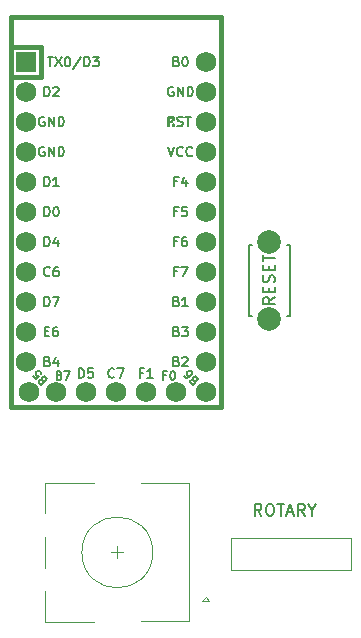
<source format=gbr>
%TF.GenerationSoftware,KiCad,Pcbnew,6.0.11+dfsg-1*%
%TF.CreationDate,2023-05-16T22:20:29+03:00*%
%TF.ProjectId,pcb,7063622e-6b69-4636-9164-5f7063625858,v1.0.0*%
%TF.SameCoordinates,Original*%
%TF.FileFunction,Legend,Top*%
%TF.FilePolarity,Positive*%
%FSLAX46Y46*%
G04 Gerber Fmt 4.6, Leading zero omitted, Abs format (unit mm)*
G04 Created by KiCad (PCBNEW 6.0.11+dfsg-1) date 2023-05-16 22:20:29*
%MOMM*%
%LPD*%
G01*
G04 APERTURE LIST*
%ADD10C,0.150000*%
%ADD11C,0.120000*%
%ADD12C,0.381000*%
%ADD13C,2.000000*%
%ADD14R,1.752600X1.752600*%
%ADD15C,1.752600*%
G04 APERTURE END LIST*
D10*
X111331619Y11231619D02*
X110998285Y11707809D01*
X110760190Y11231619D02*
X110760190Y12231619D01*
X111141142Y12231619D01*
X111236380Y12184000D01*
X111284000Y12136380D01*
X111331619Y12041142D01*
X111331619Y11898285D01*
X111284000Y11803047D01*
X111236380Y11755428D01*
X111141142Y11707809D01*
X110760190Y11707809D01*
X111950666Y12231619D02*
X112141142Y12231619D01*
X112236380Y12184000D01*
X112331619Y12088761D01*
X112379238Y11898285D01*
X112379238Y11564952D01*
X112331619Y11374476D01*
X112236380Y11279238D01*
X112141142Y11231619D01*
X111950666Y11231619D01*
X111855428Y11279238D01*
X111760190Y11374476D01*
X111712571Y11564952D01*
X111712571Y11898285D01*
X111760190Y12088761D01*
X111855428Y12184000D01*
X111950666Y12231619D01*
X112664952Y12231619D02*
X113236380Y12231619D01*
X112950666Y11231619D02*
X112950666Y12231619D01*
X113522095Y11517333D02*
X113998285Y11517333D01*
X113426857Y11231619D02*
X113760190Y12231619D01*
X114093523Y11231619D01*
X114998285Y11231619D02*
X114664952Y11707809D01*
X114426857Y11231619D02*
X114426857Y12231619D01*
X114807809Y12231619D01*
X114903047Y12184000D01*
X114950666Y12136380D01*
X114998285Y12041142D01*
X114998285Y11898285D01*
X114950666Y11803047D01*
X114903047Y11755428D01*
X114807809Y11707809D01*
X114426857Y11707809D01*
X115617333Y11707809D02*
X115617333Y11231619D01*
X115284000Y12231619D02*
X115617333Y11707809D01*
X115950666Y12231619D01*
%TO.C,_1*%
X112452380Y29714286D02*
X111976190Y29380952D01*
X112452380Y29142857D02*
X111452380Y29142857D01*
X111452380Y29523809D01*
X111500000Y29619047D01*
X111547619Y29666667D01*
X111642857Y29714286D01*
X111785714Y29714286D01*
X111880952Y29666667D01*
X111928571Y29619047D01*
X111976190Y29523809D01*
X111976190Y29142857D01*
X111928571Y30142857D02*
X111928571Y30476190D01*
X112452380Y30619047D02*
X112452380Y30142857D01*
X111452380Y30142857D01*
X111452380Y30619047D01*
X112404761Y31000000D02*
X112452380Y31142857D01*
X112452380Y31380952D01*
X112404761Y31476190D01*
X112357142Y31523809D01*
X112261904Y31571428D01*
X112166666Y31571428D01*
X112071428Y31523809D01*
X112023809Y31476190D01*
X111976190Y31380952D01*
X111928571Y31190476D01*
X111880952Y31095238D01*
X111833333Y31047619D01*
X111738095Y31000000D01*
X111642857Y31000000D01*
X111547619Y31047619D01*
X111500000Y31095238D01*
X111452380Y31190476D01*
X111452380Y31428571D01*
X111500000Y31571428D01*
X111928571Y32000000D02*
X111928571Y32333333D01*
X112452380Y32476190D02*
X112452380Y32000000D01*
X111452380Y32000000D01*
X111452380Y32476190D01*
X111452380Y32761905D02*
X111452380Y33333333D01*
X112452380Y33047619D02*
X111452380Y33047619D01*
%TO.C,J8*%
%TO.C,_4*%
%TO.C,_2*%
%TO.C,J7*%
%TO.C,MCU1*%
X104137190Y24293809D02*
X104251476Y24255714D01*
X104289571Y24217619D01*
X104327666Y24141428D01*
X104327666Y24027143D01*
X104289571Y23950952D01*
X104251476Y23912857D01*
X104175285Y23874762D01*
X103870523Y23874762D01*
X103870523Y24674762D01*
X104137190Y24674762D01*
X104213380Y24636667D01*
X104251476Y24598571D01*
X104289571Y24522381D01*
X104289571Y24446190D01*
X104251476Y24370000D01*
X104213380Y24331905D01*
X104137190Y24293809D01*
X103870523Y24293809D01*
X104632428Y24598571D02*
X104670523Y24636667D01*
X104746714Y24674762D01*
X104937190Y24674762D01*
X105013380Y24636667D01*
X105051476Y24598571D01*
X105089571Y24522381D01*
X105089571Y24446190D01*
X105051476Y24331905D01*
X104594333Y23874762D01*
X105089571Y23874762D01*
X93237651Y50074762D02*
X93694794Y50074762D01*
X93466223Y49274762D02*
X93466223Y50074762D01*
X93885270Y50074762D02*
X94418604Y49274762D01*
X94418604Y50074762D02*
X93885270Y49274762D01*
X94875747Y50074762D02*
X94951937Y50074762D01*
X95028128Y50036667D01*
X95066223Y49998571D01*
X95104318Y49922381D01*
X95142413Y49770000D01*
X95142413Y49579524D01*
X95104318Y49427143D01*
X95066223Y49350952D01*
X95028128Y49312857D01*
X94951937Y49274762D01*
X94875747Y49274762D01*
X94799556Y49312857D01*
X94761461Y49350952D01*
X94723366Y49427143D01*
X94685270Y49579524D01*
X94685270Y49770000D01*
X94723366Y49922381D01*
X94761461Y49998571D01*
X94799556Y50036667D01*
X94875747Y50074762D01*
X96056699Y50112857D02*
X95370985Y49084286D01*
X96323366Y49274762D02*
X96323366Y50074762D01*
X96513842Y50074762D01*
X96628128Y50036667D01*
X96704318Y49960476D01*
X96742413Y49884286D01*
X96780508Y49731905D01*
X96780508Y49617619D01*
X96742413Y49465238D01*
X96704318Y49389047D01*
X96628128Y49312857D01*
X96513842Y49274762D01*
X96323366Y49274762D01*
X97047175Y50074762D02*
X97542413Y50074762D01*
X97275747Y49770000D01*
X97390032Y49770000D01*
X97466223Y49731905D01*
X97504318Y49693809D01*
X97542413Y49617619D01*
X97542413Y49427143D01*
X97504318Y49350952D01*
X97466223Y49312857D01*
X97390032Y49274762D01*
X97161461Y49274762D01*
X97085270Y49312857D01*
X97047175Y49350952D01*
X104194333Y39533809D02*
X103927666Y39533809D01*
X103927666Y39114762D02*
X103927666Y39914762D01*
X104308619Y39914762D01*
X104956238Y39648095D02*
X104956238Y39114762D01*
X104765761Y39952857D02*
X104575285Y39381428D01*
X105070523Y39381428D01*
X104194333Y36993809D02*
X103927666Y36993809D01*
X103927666Y36574762D02*
X103927666Y37374762D01*
X104308619Y37374762D01*
X104994333Y37374762D02*
X104613380Y37374762D01*
X104575285Y36993809D01*
X104613380Y37031905D01*
X104689571Y37070000D01*
X104880047Y37070000D01*
X104956238Y37031905D01*
X104994333Y36993809D01*
X105032428Y36917619D01*
X105032428Y36727143D01*
X104994333Y36650952D01*
X104956238Y36612857D01*
X104880047Y36574762D01*
X104689571Y36574762D01*
X104613380Y36612857D01*
X104575285Y36650952D01*
X92948523Y39114762D02*
X92948523Y39914762D01*
X93139000Y39914762D01*
X93253285Y39876667D01*
X93329476Y39800476D01*
X93367571Y39724286D01*
X93405666Y39571905D01*
X93405666Y39457619D01*
X93367571Y39305238D01*
X93329476Y39229047D01*
X93253285Y39152857D01*
X93139000Y39114762D01*
X92948523Y39114762D01*
X94167571Y39114762D02*
X93710428Y39114762D01*
X93939000Y39114762D02*
X93939000Y39914762D01*
X93862809Y39800476D01*
X93786619Y39724286D01*
X93710428Y39686190D01*
X94216666Y23116667D02*
X94316666Y23083333D01*
X94350000Y23050000D01*
X94383333Y22983333D01*
X94383333Y22883333D01*
X94350000Y22816667D01*
X94316666Y22783333D01*
X94250000Y22750000D01*
X93983333Y22750000D01*
X93983333Y23450000D01*
X94216666Y23450000D01*
X94283333Y23416667D01*
X94316666Y23383333D01*
X94350000Y23316667D01*
X94350000Y23250000D01*
X94316666Y23183333D01*
X94283333Y23150000D01*
X94216666Y23116667D01*
X93983333Y23116667D01*
X94616666Y23450000D02*
X95083333Y23450000D01*
X94783333Y22750000D01*
X95869523Y22904762D02*
X95869523Y23704762D01*
X96060000Y23704762D01*
X96174285Y23666667D01*
X96250476Y23590476D01*
X96288571Y23514286D01*
X96326666Y23361905D01*
X96326666Y23247619D01*
X96288571Y23095238D01*
X96250476Y23019047D01*
X96174285Y22942857D01*
X96060000Y22904762D01*
X95869523Y22904762D01*
X97050476Y23704762D02*
X96669523Y23704762D01*
X96631428Y23323809D01*
X96669523Y23361905D01*
X96745714Y23400000D01*
X96936190Y23400000D01*
X97012380Y23361905D01*
X97050476Y23323809D01*
X97088571Y23247619D01*
X97088571Y23057143D01*
X97050476Y22980952D01*
X97012380Y22942857D01*
X96936190Y22904762D01*
X96745714Y22904762D01*
X96669523Y22942857D01*
X96631428Y22980952D01*
X105564991Y22730964D02*
X105517851Y22825245D01*
X105517851Y22872386D01*
X105541421Y22943096D01*
X105612132Y23013807D01*
X105682842Y23037377D01*
X105729983Y23037377D01*
X105800693Y23013807D01*
X105989255Y22825245D01*
X105494280Y22330270D01*
X105329289Y22495262D01*
X105305719Y22565973D01*
X105305719Y22613113D01*
X105329289Y22683824D01*
X105376429Y22730964D01*
X105447140Y22754534D01*
X105494280Y22754534D01*
X105564991Y22730964D01*
X105729983Y22565973D01*
X104787174Y23037377D02*
X104881455Y22943096D01*
X104952165Y22919526D01*
X104999306Y22919526D01*
X105117157Y22943096D01*
X105235008Y23013807D01*
X105423570Y23202369D01*
X105447140Y23273079D01*
X105447140Y23320220D01*
X105423570Y23390931D01*
X105329289Y23485211D01*
X105258578Y23508782D01*
X105211438Y23508782D01*
X105140727Y23485211D01*
X105022876Y23367360D01*
X104999306Y23296650D01*
X104999306Y23249509D01*
X105022876Y23178799D01*
X105117157Y23084518D01*
X105187867Y23060947D01*
X105235008Y23060947D01*
X105305719Y23084518D01*
X92948523Y46734762D02*
X92948523Y47534762D01*
X93139000Y47534762D01*
X93253285Y47496667D01*
X93329476Y47420476D01*
X93367571Y47344286D01*
X93405666Y47191905D01*
X93405666Y47077619D01*
X93367571Y46925238D01*
X93329476Y46849047D01*
X93253285Y46772857D01*
X93139000Y46734762D01*
X92948523Y46734762D01*
X93710428Y47458571D02*
X93748523Y47496667D01*
X93824714Y47534762D01*
X94015190Y47534762D01*
X94091380Y47496667D01*
X94129476Y47458571D01*
X94167571Y47382381D01*
X94167571Y47306190D01*
X94129476Y47191905D01*
X93672333Y46734762D01*
X94167571Y46734762D01*
X92764991Y22730964D02*
X92717851Y22825245D01*
X92717851Y22872386D01*
X92741421Y22943096D01*
X92812132Y23013807D01*
X92882842Y23037377D01*
X92929983Y23037377D01*
X93000693Y23013807D01*
X93189255Y22825245D01*
X92694280Y22330270D01*
X92529289Y22495262D01*
X92505719Y22565973D01*
X92505719Y22613113D01*
X92529289Y22683824D01*
X92576429Y22730964D01*
X92647140Y22754534D01*
X92694280Y22754534D01*
X92764991Y22730964D01*
X92929983Y22565973D01*
X91963603Y23060947D02*
X92199306Y22825245D01*
X92458578Y23037377D01*
X92411438Y23037377D01*
X92340727Y23060947D01*
X92222876Y23178799D01*
X92199306Y23249509D01*
X92199306Y23296650D01*
X92222876Y23367360D01*
X92340727Y23485211D01*
X92411438Y23508782D01*
X92458578Y23508782D01*
X92529289Y23485211D01*
X92647140Y23367360D01*
X92670710Y23296650D01*
X92670710Y23249509D01*
X104137190Y49693809D02*
X104251476Y49655714D01*
X104289571Y49617619D01*
X104327666Y49541428D01*
X104327666Y49427143D01*
X104289571Y49350952D01*
X104251476Y49312857D01*
X104175285Y49274762D01*
X103870523Y49274762D01*
X103870523Y50074762D01*
X104137190Y50074762D01*
X104213380Y50036667D01*
X104251476Y49998571D01*
X104289571Y49922381D01*
X104289571Y49846190D01*
X104251476Y49770000D01*
X104213380Y49731905D01*
X104137190Y49693809D01*
X103870523Y49693809D01*
X104822904Y50074762D02*
X104899095Y50074762D01*
X104975285Y50036667D01*
X105013380Y49998571D01*
X105051476Y49922381D01*
X105089571Y49770000D01*
X105089571Y49579524D01*
X105051476Y49427143D01*
X105013380Y49350952D01*
X104975285Y49312857D01*
X104899095Y49274762D01*
X104822904Y49274762D01*
X104746714Y49312857D01*
X104708619Y49350952D01*
X104670523Y49427143D01*
X104632428Y49579524D01*
X104632428Y49770000D01*
X104670523Y49922381D01*
X104708619Y49998571D01*
X104746714Y50036667D01*
X104822904Y50074762D01*
X103394333Y42454762D02*
X103661000Y41654762D01*
X103927666Y42454762D01*
X104651476Y41730952D02*
X104613380Y41692857D01*
X104499095Y41654762D01*
X104422904Y41654762D01*
X104308619Y41692857D01*
X104232428Y41769047D01*
X104194333Y41845238D01*
X104156238Y41997619D01*
X104156238Y42111905D01*
X104194333Y42264286D01*
X104232428Y42340476D01*
X104308619Y42416667D01*
X104422904Y42454762D01*
X104499095Y42454762D01*
X104613380Y42416667D01*
X104651476Y42378571D01*
X105451476Y41730952D02*
X105413380Y41692857D01*
X105299095Y41654762D01*
X105222904Y41654762D01*
X105108619Y41692857D01*
X105032428Y41769047D01*
X104994333Y41845238D01*
X104956238Y41997619D01*
X104956238Y42111905D01*
X104994333Y42264286D01*
X105032428Y42340476D01*
X105108619Y42416667D01*
X105222904Y42454762D01*
X105299095Y42454762D01*
X105413380Y42416667D01*
X105451476Y42378571D01*
X93215190Y24293809D02*
X93329476Y24255714D01*
X93367571Y24217619D01*
X93405666Y24141428D01*
X93405666Y24027143D01*
X93367571Y23950952D01*
X93329476Y23912857D01*
X93253285Y23874762D01*
X92948523Y23874762D01*
X92948523Y24674762D01*
X93215190Y24674762D01*
X93291380Y24636667D01*
X93329476Y24598571D01*
X93367571Y24522381D01*
X93367571Y24446190D01*
X93329476Y24370000D01*
X93291380Y24331905D01*
X93215190Y24293809D01*
X92948523Y24293809D01*
X94091380Y24408095D02*
X94091380Y23874762D01*
X93900904Y24712857D02*
X93710428Y24141428D01*
X94205666Y24141428D01*
X103266666Y23116667D02*
X103033333Y23116667D01*
X103033333Y22750000D02*
X103033333Y23450000D01*
X103366666Y23450000D01*
X103766666Y23450000D02*
X103833333Y23450000D01*
X103900000Y23416667D01*
X103933333Y23383333D01*
X103966666Y23316667D01*
X104000000Y23183333D01*
X104000000Y23016667D01*
X103966666Y22883333D01*
X103933333Y22816667D01*
X103900000Y22783333D01*
X103833333Y22750000D01*
X103766666Y22750000D01*
X103700000Y22783333D01*
X103666666Y22816667D01*
X103633333Y22883333D01*
X103600000Y23016667D01*
X103600000Y23183333D01*
X103633333Y23316667D01*
X103666666Y23383333D01*
X103700000Y23416667D01*
X103766666Y23450000D01*
X104199786Y44262857D02*
X104314072Y44224762D01*
X104504548Y44224762D01*
X104580739Y44262857D01*
X104618834Y44300952D01*
X104656929Y44377143D01*
X104656929Y44453333D01*
X104618834Y44529524D01*
X104580739Y44567619D01*
X104504548Y44605714D01*
X104352167Y44643809D01*
X104275977Y44681905D01*
X104237881Y44720000D01*
X104199786Y44796190D01*
X104199786Y44872381D01*
X104237881Y44948571D01*
X104275977Y44986667D01*
X104352167Y45024762D01*
X104542643Y45024762D01*
X104656929Y44986667D01*
X104885500Y45024762D02*
X105342643Y45024762D01*
X105114072Y44224762D02*
X105114072Y45024762D01*
X101273333Y23323809D02*
X101006666Y23323809D01*
X101006666Y22904762D02*
X101006666Y23704762D01*
X101387619Y23704762D01*
X102111428Y22904762D02*
X101654285Y22904762D01*
X101882857Y22904762D02*
X101882857Y23704762D01*
X101806666Y23590476D01*
X101730476Y23514286D01*
X101654285Y23476190D01*
X104137190Y26833809D02*
X104251476Y26795714D01*
X104289571Y26757619D01*
X104327666Y26681428D01*
X104327666Y26567143D01*
X104289571Y26490952D01*
X104251476Y26452857D01*
X104175285Y26414762D01*
X103870523Y26414762D01*
X103870523Y27214762D01*
X104137190Y27214762D01*
X104213380Y27176667D01*
X104251476Y27138571D01*
X104289571Y27062381D01*
X104289571Y26986190D01*
X104251476Y26910000D01*
X104213380Y26871905D01*
X104137190Y26833809D01*
X103870523Y26833809D01*
X104594333Y27214762D02*
X105089571Y27214762D01*
X104822904Y26910000D01*
X104937190Y26910000D01*
X105013380Y26871905D01*
X105051476Y26833809D01*
X105089571Y26757619D01*
X105089571Y26567143D01*
X105051476Y26490952D01*
X105013380Y26452857D01*
X104937190Y26414762D01*
X104708619Y26414762D01*
X104632428Y26452857D01*
X104594333Y26490952D01*
X92948523Y28954762D02*
X92948523Y29754762D01*
X93139000Y29754762D01*
X93253285Y29716667D01*
X93329476Y29640476D01*
X93367571Y29564286D01*
X93405666Y29411905D01*
X93405666Y29297619D01*
X93367571Y29145238D01*
X93329476Y29069047D01*
X93253285Y28992857D01*
X93139000Y28954762D01*
X92948523Y28954762D01*
X93672333Y29754762D02*
X94205666Y29754762D01*
X93862809Y28954762D01*
X104194333Y31913809D02*
X103927666Y31913809D01*
X103927666Y31494762D02*
X103927666Y32294762D01*
X104308619Y32294762D01*
X104537190Y32294762D02*
X105070523Y32294762D01*
X104727666Y31494762D01*
X92929476Y44956667D02*
X92853285Y44994762D01*
X92739000Y44994762D01*
X92624714Y44956667D01*
X92548523Y44880476D01*
X92510428Y44804286D01*
X92472333Y44651905D01*
X92472333Y44537619D01*
X92510428Y44385238D01*
X92548523Y44309047D01*
X92624714Y44232857D01*
X92739000Y44194762D01*
X92815190Y44194762D01*
X92929476Y44232857D01*
X92967571Y44270952D01*
X92967571Y44537619D01*
X92815190Y44537619D01*
X93310428Y44194762D02*
X93310428Y44994762D01*
X93767571Y44194762D01*
X93767571Y44994762D01*
X94148523Y44194762D02*
X94148523Y44994762D01*
X94339000Y44994762D01*
X94453285Y44956667D01*
X94529476Y44880476D01*
X94567571Y44804286D01*
X94605666Y44651905D01*
X94605666Y44537619D01*
X94567571Y44385238D01*
X94529476Y44309047D01*
X94453285Y44232857D01*
X94339000Y44194762D01*
X94148523Y44194762D01*
X92986619Y26833809D02*
X93253285Y26833809D01*
X93367571Y26414762D02*
X92986619Y26414762D01*
X92986619Y27214762D01*
X93367571Y27214762D01*
X94053285Y27214762D02*
X93900904Y27214762D01*
X93824714Y27176667D01*
X93786619Y27138571D01*
X93710428Y27024286D01*
X93672333Y26871905D01*
X93672333Y26567143D01*
X93710428Y26490952D01*
X93748523Y26452857D01*
X93824714Y26414762D01*
X93977095Y26414762D01*
X94053285Y26452857D01*
X94091380Y26490952D01*
X94129476Y26567143D01*
X94129476Y26757619D01*
X94091380Y26833809D01*
X94053285Y26871905D01*
X93977095Y26910000D01*
X93824714Y26910000D01*
X93748523Y26871905D01*
X93710428Y26833809D01*
X93672333Y26757619D01*
X92948523Y34034762D02*
X92948523Y34834762D01*
X93139000Y34834762D01*
X93253285Y34796667D01*
X93329476Y34720476D01*
X93367571Y34644286D01*
X93405666Y34491905D01*
X93405666Y34377619D01*
X93367571Y34225238D01*
X93329476Y34149047D01*
X93253285Y34072857D01*
X93139000Y34034762D01*
X92948523Y34034762D01*
X94091380Y34568095D02*
X94091380Y34034762D01*
X93900904Y34872857D02*
X93710428Y34301428D01*
X94205666Y34301428D01*
X104194333Y34453809D02*
X103927666Y34453809D01*
X103927666Y34034762D02*
X103927666Y34834762D01*
X104308619Y34834762D01*
X104956238Y34834762D02*
X104803857Y34834762D01*
X104727666Y34796667D01*
X104689571Y34758571D01*
X104613380Y34644286D01*
X104575285Y34491905D01*
X104575285Y34187143D01*
X104613380Y34110952D01*
X104651476Y34072857D01*
X104727666Y34034762D01*
X104880047Y34034762D01*
X104956238Y34072857D01*
X104994333Y34110952D01*
X105032428Y34187143D01*
X105032428Y34377619D01*
X104994333Y34453809D01*
X104956238Y34491905D01*
X104880047Y34530000D01*
X104727666Y34530000D01*
X104651476Y34491905D01*
X104613380Y34453809D01*
X104575285Y34377619D01*
X98866666Y22980952D02*
X98828571Y22942857D01*
X98714285Y22904762D01*
X98638095Y22904762D01*
X98523809Y22942857D01*
X98447619Y23019047D01*
X98409523Y23095238D01*
X98371428Y23247619D01*
X98371428Y23361905D01*
X98409523Y23514286D01*
X98447619Y23590476D01*
X98523809Y23666667D01*
X98638095Y23704762D01*
X98714285Y23704762D01*
X98828571Y23666667D01*
X98866666Y23628571D01*
X99133333Y23704762D02*
X99666666Y23704762D01*
X99323809Y22904762D01*
X92929476Y42416667D02*
X92853285Y42454762D01*
X92739000Y42454762D01*
X92624714Y42416667D01*
X92548523Y42340476D01*
X92510428Y42264286D01*
X92472333Y42111905D01*
X92472333Y41997619D01*
X92510428Y41845238D01*
X92548523Y41769047D01*
X92624714Y41692857D01*
X92739000Y41654762D01*
X92815190Y41654762D01*
X92929476Y41692857D01*
X92967571Y41730952D01*
X92967571Y41997619D01*
X92815190Y41997619D01*
X93310428Y41654762D02*
X93310428Y42454762D01*
X93767571Y41654762D01*
X93767571Y42454762D01*
X94148523Y41654762D02*
X94148523Y42454762D01*
X94339000Y42454762D01*
X94453285Y42416667D01*
X94529476Y42340476D01*
X94567571Y42264286D01*
X94605666Y42111905D01*
X94605666Y41997619D01*
X94567571Y41845238D01*
X94529476Y41769047D01*
X94453285Y41692857D01*
X94339000Y41654762D01*
X94148523Y41654762D01*
X104137190Y29373809D02*
X104251476Y29335714D01*
X104289571Y29297619D01*
X104327666Y29221428D01*
X104327666Y29107143D01*
X104289571Y29030952D01*
X104251476Y28992857D01*
X104175285Y28954762D01*
X103870523Y28954762D01*
X103870523Y29754762D01*
X104137190Y29754762D01*
X104213380Y29716667D01*
X104251476Y29678571D01*
X104289571Y29602381D01*
X104289571Y29526190D01*
X104251476Y29450000D01*
X104213380Y29411905D01*
X104137190Y29373809D01*
X103870523Y29373809D01*
X105089571Y28954762D02*
X104632428Y28954762D01*
X104861000Y28954762D02*
X104861000Y29754762D01*
X104784809Y29640476D01*
X104708619Y29564286D01*
X104632428Y29526190D01*
X93405666Y31570952D02*
X93367571Y31532857D01*
X93253285Y31494762D01*
X93177095Y31494762D01*
X93062809Y31532857D01*
X92986619Y31609047D01*
X92948523Y31685238D01*
X92910428Y31837619D01*
X92910428Y31951905D01*
X92948523Y32104286D01*
X92986619Y32180476D01*
X93062809Y32256667D01*
X93177095Y32294762D01*
X93253285Y32294762D01*
X93367571Y32256667D01*
X93405666Y32218571D01*
X94091380Y32294762D02*
X93939000Y32294762D01*
X93862809Y32256667D01*
X93824714Y32218571D01*
X93748523Y32104286D01*
X93710428Y31951905D01*
X93710428Y31647143D01*
X93748523Y31570952D01*
X93786619Y31532857D01*
X93862809Y31494762D01*
X94015190Y31494762D01*
X94091380Y31532857D01*
X94129476Y31570952D01*
X94167571Y31647143D01*
X94167571Y31837619D01*
X94129476Y31913809D01*
X94091380Y31951905D01*
X94015190Y31990000D01*
X93862809Y31990000D01*
X93786619Y31951905D01*
X93748523Y31913809D01*
X93710428Y31837619D01*
X92948523Y36574762D02*
X92948523Y37374762D01*
X93139000Y37374762D01*
X93253285Y37336667D01*
X93329476Y37260476D01*
X93367571Y37184286D01*
X93405666Y37031905D01*
X93405666Y36917619D01*
X93367571Y36765238D01*
X93329476Y36689047D01*
X93253285Y36612857D01*
X93139000Y36574762D01*
X92948523Y36574762D01*
X93900904Y37374762D02*
X93977095Y37374762D01*
X94053285Y37336667D01*
X94091380Y37298571D01*
X94129476Y37222381D01*
X94167571Y37070000D01*
X94167571Y36879524D01*
X94129476Y36727143D01*
X94091380Y36650952D01*
X94053285Y36612857D01*
X93977095Y36574762D01*
X93900904Y36574762D01*
X93824714Y36612857D01*
X93786619Y36650952D01*
X93748523Y36727143D01*
X93710428Y36879524D01*
X93710428Y37070000D01*
X93748523Y37222381D01*
X93786619Y37298571D01*
X93824714Y37336667D01*
X93900904Y37374762D01*
X103851476Y47496667D02*
X103775285Y47534762D01*
X103661000Y47534762D01*
X103546714Y47496667D01*
X103470523Y47420476D01*
X103432428Y47344286D01*
X103394333Y47191905D01*
X103394333Y47077619D01*
X103432428Y46925238D01*
X103470523Y46849047D01*
X103546714Y46772857D01*
X103661000Y46734762D01*
X103737190Y46734762D01*
X103851476Y46772857D01*
X103889571Y46810952D01*
X103889571Y47077619D01*
X103737190Y47077619D01*
X104232428Y46734762D02*
X104232428Y47534762D01*
X104689571Y46734762D01*
X104689571Y47534762D01*
X105070523Y46734762D02*
X105070523Y47534762D01*
X105261000Y47534762D01*
X105375285Y47496667D01*
X105451476Y47420476D01*
X105489571Y47344286D01*
X105527666Y47191905D01*
X105527666Y47077619D01*
X105489571Y46925238D01*
X105451476Y46849047D01*
X105375285Y46772857D01*
X105261000Y46734762D01*
X105070523Y46734762D01*
%TO.C,_6*%
%TO.C,J6*%
%TO.C,_7*%
%TO.C,_5*%
%TO.C,_3*%
%TO.C,J5*%
%TO.C,J4*%
%TO.C,J3*%
%TO.C,J2*%
%TO.C,J9*%
%TO.C,_1*%
X110250000Y34166667D02*
X110250000Y28166667D01*
X113750000Y34166667D02*
X113750000Y28166667D01*
X113750000Y34166667D02*
X113500000Y34166667D01*
X113750000Y28166667D02*
X113500000Y28166667D01*
X110250000Y34166667D02*
X110500000Y34166667D01*
X110250000Y28166667D02*
X110500000Y28166667D01*
D11*
%TO.C,O2*%
X118950000Y6670000D02*
X118950000Y9330000D01*
X108762069Y6670000D02*
X108762069Y9330000D01*
X108762069Y6670000D02*
X118950000Y6670000D01*
X108762069Y9330000D02*
X118950000Y9330000D01*
%TO.C,ROT1*%
X106920000Y4026667D02*
X106320000Y4026667D01*
X101120000Y2326667D02*
X105220000Y2326667D01*
X93020000Y14026667D02*
X97120000Y14026667D01*
X105220000Y2326667D02*
X105220000Y14026667D01*
X93020000Y6826667D02*
X93020000Y9426667D01*
X99620000Y8126667D02*
X98620000Y8126667D01*
X106620000Y4326667D02*
X106920000Y4026667D01*
X106320000Y4026667D02*
X106620000Y4326667D01*
X93020000Y11426667D02*
X93020000Y14026667D01*
X101120000Y14026667D02*
X105220000Y14026667D01*
X93020000Y2226667D02*
X93020000Y4826667D01*
X97120000Y2226667D02*
X93020000Y2226667D01*
X99120000Y7626667D02*
X99120000Y8626667D01*
X102120000Y8126667D02*
G75*
G03*
X102120000Y8126667I-3000000J0D01*
G01*
D12*
%TO.C,MCU1*%
X107890000Y50906667D02*
X107890000Y53446667D01*
X90110000Y20426667D02*
X107890000Y20426667D01*
X90110000Y50906667D02*
X90110000Y20426667D01*
X92650000Y50906667D02*
X90110000Y50906667D01*
X92650000Y50906667D02*
X92650000Y48366667D01*
X92650000Y48366667D02*
X90110000Y48366667D01*
X90110000Y53446667D02*
X90110000Y50906667D01*
X107890000Y20426667D02*
X107890000Y50906667D01*
X107890000Y53446667D02*
X90110000Y53446667D01*
G36*
X103531568Y44227307D02*
G01*
X103431568Y44227307D01*
X103431568Y45027307D01*
X103531568Y45027307D01*
X103531568Y44227307D01*
G37*
D10*
X103531568Y44227307D02*
X103431568Y44227307D01*
X103431568Y45027307D01*
X103531568Y45027307D01*
X103531568Y44227307D01*
G36*
X103931568Y44727307D02*
G01*
X103831568Y44727307D01*
X103831568Y45027307D01*
X103931568Y45027307D01*
X103931568Y44727307D01*
G37*
X103931568Y44727307D02*
X103831568Y44727307D01*
X103831568Y45027307D01*
X103931568Y45027307D01*
X103931568Y44727307D01*
G36*
X103731568Y44527307D02*
G01*
X103631568Y44527307D01*
X103631568Y44627307D01*
X103731568Y44627307D01*
X103731568Y44527307D01*
G37*
X103731568Y44527307D02*
X103631568Y44527307D01*
X103631568Y44627307D01*
X103731568Y44627307D01*
X103731568Y44527307D01*
G36*
X103931568Y44227307D02*
G01*
X103831568Y44227307D01*
X103831568Y44427307D01*
X103931568Y44427307D01*
X103931568Y44227307D01*
G37*
X103931568Y44227307D02*
X103831568Y44227307D01*
X103831568Y44427307D01*
X103931568Y44427307D01*
X103931568Y44227307D01*
G36*
X103931568Y44927307D02*
G01*
X103431568Y44927307D01*
X103431568Y45027307D01*
X103931568Y45027307D01*
X103931568Y44927307D01*
G37*
X103931568Y44927307D02*
X103431568Y44927307D01*
X103431568Y45027307D01*
X103931568Y45027307D01*
X103931568Y44927307D01*
%TD*%
D13*
%TO.C,_1*%
X112000000Y27916667D03*
X112000000Y34416667D03*
%TD*%
D14*
%TO.C,MCU1*%
X91380000Y49636667D03*
D15*
X91380000Y47096667D03*
X91380000Y44556667D03*
X91380000Y42016667D03*
X91380000Y39476667D03*
X91380000Y36936667D03*
X91380000Y34396667D03*
X91380000Y31856667D03*
X91380000Y29316667D03*
X91380000Y26776667D03*
X91380000Y24236667D03*
X91608600Y21696667D03*
X106620000Y21696667D03*
X106620000Y24236667D03*
X106620000Y26776667D03*
X106620000Y29316667D03*
X106620000Y31856667D03*
X106620000Y34396667D03*
X106620000Y36936667D03*
X106620000Y39476667D03*
X106620000Y42016667D03*
X106620000Y44556667D03*
X106620000Y47096667D03*
X106620000Y49636667D03*
X93920000Y21696667D03*
X96460000Y21696667D03*
X99000000Y21696667D03*
X101540000Y21696667D03*
X104080000Y21696667D03*
%TD*%
M02*

</source>
